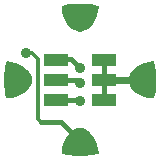
<source format=gbr>
G04 EAGLE Gerber RS-274X export*
G75*
%MOMM*%
%FSLAX34Y34*%
%LPD*%
%INTop Copper*%
%IPPOS*%
%AMOC8*
5,1,8,0,0,1.08239X$1,22.5*%
G01*
%ADD10R,2.000000X1.100000*%
%ADD11C,2.184400*%
%ADD12C,0.406400*%
%ADD13C,0.609600*%
%ADD14C,0.906400*%
%ADD15C,0.304800*%

G36*
X3062Y-64594D02*
X3062Y-64594D01*
X3099Y-64596D01*
X9133Y-63962D01*
X9160Y-63954D01*
X9198Y-63952D01*
X15132Y-62690D01*
X15154Y-62681D01*
X15178Y-62679D01*
X15257Y-62639D01*
X15340Y-62606D01*
X15357Y-62590D01*
X15378Y-62579D01*
X15411Y-62545D01*
X15413Y-62543D01*
X15422Y-62533D01*
X15439Y-62514D01*
X15505Y-62454D01*
X15516Y-62433D01*
X15532Y-62415D01*
X15548Y-62377D01*
X15555Y-62369D01*
X15568Y-62331D01*
X15607Y-62254D01*
X15610Y-62231D01*
X15619Y-62209D01*
X15622Y-62171D01*
X15627Y-62156D01*
X15626Y-62117D01*
X15630Y-62061D01*
X15633Y-62031D01*
X15632Y-62027D01*
X15632Y-62022D01*
X15345Y-58263D01*
X15334Y-58223D01*
X15329Y-58165D01*
X14457Y-54498D01*
X14440Y-54460D01*
X14426Y-54403D01*
X12991Y-50918D01*
X12969Y-50883D01*
X12946Y-50829D01*
X10983Y-47611D01*
X10956Y-47580D01*
X10925Y-47530D01*
X8483Y-44659D01*
X8445Y-44628D01*
X8389Y-44569D01*
X6603Y-43183D01*
X6578Y-43170D01*
X6574Y-43165D01*
X6563Y-43160D01*
X6535Y-43137D01*
X4583Y-41996D01*
X4550Y-41984D01*
X4509Y-41959D01*
X2426Y-41082D01*
X2391Y-41075D01*
X2347Y-41055D01*
X168Y-40458D01*
X92Y-40452D01*
X19Y-40436D01*
X-24Y-40441D01*
X-56Y-40438D01*
X-100Y-40450D01*
X-168Y-40458D01*
X-2347Y-41055D01*
X-2379Y-41071D01*
X-2426Y-41082D01*
X-4509Y-41959D01*
X-4539Y-41978D01*
X-4583Y-41996D01*
X-6535Y-43137D01*
X-6561Y-43160D01*
X-6603Y-43183D01*
X-8389Y-44569D01*
X-8422Y-44606D01*
X-8483Y-44659D01*
X-10925Y-47530D01*
X-10946Y-47566D01*
X-10983Y-47611D01*
X-12946Y-50829D01*
X-12961Y-50867D01*
X-12991Y-50918D01*
X-14426Y-54403D01*
X-14435Y-54444D01*
X-14457Y-54498D01*
X-15329Y-58165D01*
X-15331Y-58206D01*
X-15345Y-58263D01*
X-15632Y-62022D01*
X-15630Y-62045D01*
X-15634Y-62069D01*
X-15622Y-62140D01*
X-15620Y-62193D01*
X-15613Y-62210D01*
X-15610Y-62245D01*
X-15599Y-62266D01*
X-15595Y-62290D01*
X-15550Y-62366D01*
X-15550Y-62367D01*
X-15536Y-62401D01*
X-15529Y-62408D01*
X-15511Y-62446D01*
X-15493Y-62463D01*
X-15481Y-62483D01*
X-15413Y-62539D01*
X-15391Y-62560D01*
X-15384Y-62567D01*
X-15382Y-62568D01*
X-15348Y-62600D01*
X-15326Y-62610D01*
X-15307Y-62625D01*
X-15170Y-62676D01*
X-15141Y-62688D01*
X-15137Y-62689D01*
X-15132Y-62690D01*
X-9198Y-63952D01*
X-9169Y-63953D01*
X-9133Y-63962D01*
X-3099Y-64596D01*
X-3071Y-64594D01*
X-3033Y-64600D01*
X3033Y-64600D01*
X3062Y-64594D01*
G37*
G36*
X24Y40441D02*
X24Y40441D01*
X56Y40438D01*
X100Y40450D01*
X168Y40458D01*
X2347Y41055D01*
X2379Y41071D01*
X2426Y41082D01*
X4509Y41959D01*
X4539Y41978D01*
X4583Y41996D01*
X6535Y43137D01*
X6561Y43160D01*
X6603Y43183D01*
X8389Y44569D01*
X8422Y44606D01*
X8483Y44659D01*
X10925Y47530D01*
X10946Y47566D01*
X10983Y47611D01*
X12946Y50829D01*
X12961Y50867D01*
X12991Y50918D01*
X14426Y54403D01*
X14435Y54444D01*
X14457Y54498D01*
X15329Y58165D01*
X15331Y58206D01*
X15345Y58263D01*
X15632Y62022D01*
X15630Y62045D01*
X15634Y62069D01*
X15619Y62156D01*
X15610Y62245D01*
X15599Y62266D01*
X15595Y62290D01*
X15550Y62366D01*
X15511Y62446D01*
X15493Y62463D01*
X15481Y62483D01*
X15413Y62539D01*
X15348Y62600D01*
X15326Y62610D01*
X15307Y62625D01*
X15170Y62676D01*
X15141Y62688D01*
X15137Y62689D01*
X15132Y62690D01*
X9198Y63952D01*
X9169Y63953D01*
X9133Y63962D01*
X3099Y64596D01*
X3071Y64594D01*
X3033Y64600D01*
X-3033Y64600D01*
X-3062Y64594D01*
X-3099Y64596D01*
X-9133Y63962D01*
X-9160Y63954D01*
X-9198Y63952D01*
X-15132Y62690D01*
X-15154Y62681D01*
X-15178Y62679D01*
X-15257Y62639D01*
X-15340Y62606D01*
X-15357Y62590D01*
X-15378Y62579D01*
X-15439Y62514D01*
X-15505Y62454D01*
X-15516Y62433D01*
X-15532Y62415D01*
X-15566Y62333D01*
X-15607Y62254D01*
X-15610Y62231D01*
X-15619Y62209D01*
X-15630Y62061D01*
X-15633Y62031D01*
X-15632Y62027D01*
X-15632Y62022D01*
X-15345Y58263D01*
X-15334Y58223D01*
X-15329Y58165D01*
X-14457Y54498D01*
X-14440Y54460D01*
X-14426Y54403D01*
X-12991Y50918D01*
X-12969Y50883D01*
X-12946Y50829D01*
X-10983Y47611D01*
X-10956Y47580D01*
X-10925Y47530D01*
X-8483Y44659D01*
X-8445Y44628D01*
X-8389Y44569D01*
X-6603Y43183D01*
X-6572Y43167D01*
X-6535Y43137D01*
X-4583Y41996D01*
X-4550Y41984D01*
X-4509Y41959D01*
X-2426Y41082D01*
X-2391Y41075D01*
X-2347Y41055D01*
X-168Y40458D01*
X-92Y40452D01*
X-19Y40436D01*
X24Y40441D01*
G37*
G36*
X62156Y-15619D02*
X62156Y-15619D01*
X62245Y-15610D01*
X62266Y-15599D01*
X62290Y-15595D01*
X62366Y-15550D01*
X62446Y-15511D01*
X62463Y-15493D01*
X62483Y-15481D01*
X62539Y-15413D01*
X62600Y-15348D01*
X62610Y-15326D01*
X62625Y-15307D01*
X62676Y-15170D01*
X62688Y-15141D01*
X62689Y-15137D01*
X62690Y-15132D01*
X63952Y-9198D01*
X63953Y-9169D01*
X63962Y-9133D01*
X64596Y-3099D01*
X64594Y-3071D01*
X64600Y-3033D01*
X64600Y3033D01*
X64594Y3062D01*
X64596Y3099D01*
X63962Y9133D01*
X63954Y9160D01*
X63952Y9198D01*
X63944Y9232D01*
X63810Y9866D01*
X63675Y10500D01*
X63675Y10501D01*
X63540Y11135D01*
X63405Y11769D01*
X63270Y12403D01*
X63136Y13037D01*
X63136Y13038D01*
X63001Y13672D01*
X62866Y14306D01*
X62731Y14940D01*
X62690Y15132D01*
X62681Y15154D01*
X62679Y15178D01*
X62639Y15257D01*
X62606Y15340D01*
X62590Y15357D01*
X62579Y15378D01*
X62514Y15439D01*
X62454Y15505D01*
X62433Y15516D01*
X62415Y15532D01*
X62333Y15566D01*
X62254Y15607D01*
X62231Y15610D01*
X62209Y15619D01*
X62061Y15630D01*
X62031Y15633D01*
X62027Y15632D01*
X62022Y15632D01*
X58263Y15345D01*
X58223Y15334D01*
X58165Y15329D01*
X54498Y14457D01*
X54460Y14440D01*
X54403Y14426D01*
X50918Y12991D01*
X50883Y12969D01*
X50829Y12946D01*
X47611Y10983D01*
X47580Y10956D01*
X47530Y10925D01*
X44659Y8483D01*
X44628Y8445D01*
X44569Y8389D01*
X43183Y6603D01*
X43167Y6572D01*
X43137Y6535D01*
X41996Y4583D01*
X41984Y4550D01*
X41959Y4509D01*
X41082Y2426D01*
X41075Y2391D01*
X41055Y2347D01*
X40458Y168D01*
X40452Y92D01*
X40436Y19D01*
X40441Y-24D01*
X40438Y-56D01*
X40450Y-100D01*
X40458Y-168D01*
X41055Y-2347D01*
X41071Y-2379D01*
X41082Y-2426D01*
X41959Y-4509D01*
X41978Y-4539D01*
X41996Y-4583D01*
X43137Y-6535D01*
X43160Y-6561D01*
X43183Y-6603D01*
X44569Y-8389D01*
X44606Y-8422D01*
X44659Y-8483D01*
X47530Y-10925D01*
X47566Y-10946D01*
X47611Y-10983D01*
X50829Y-12946D01*
X50867Y-12961D01*
X50918Y-12991D01*
X54403Y-14426D01*
X54444Y-14435D01*
X54498Y-14457D01*
X58165Y-15329D01*
X58206Y-15331D01*
X58263Y-15345D01*
X62022Y-15632D01*
X62045Y-15630D01*
X62069Y-15634D01*
X62156Y-15619D01*
G37*
G36*
X-62027Y-15632D02*
X-62027Y-15632D01*
X-62022Y-15632D01*
X-58263Y-15345D01*
X-58223Y-15334D01*
X-58165Y-15329D01*
X-54498Y-14457D01*
X-54460Y-14440D01*
X-54403Y-14426D01*
X-50918Y-12991D01*
X-50883Y-12969D01*
X-50829Y-12946D01*
X-47611Y-10983D01*
X-47580Y-10956D01*
X-47530Y-10925D01*
X-44659Y-8483D01*
X-44628Y-8445D01*
X-44569Y-8389D01*
X-43183Y-6603D01*
X-43167Y-6572D01*
X-43137Y-6535D01*
X-41996Y-4583D01*
X-41984Y-4550D01*
X-41959Y-4509D01*
X-41082Y-2426D01*
X-41075Y-2391D01*
X-41055Y-2347D01*
X-40458Y-168D01*
X-40452Y-92D01*
X-40436Y-19D01*
X-40441Y24D01*
X-40438Y56D01*
X-40450Y100D01*
X-40458Y168D01*
X-41055Y2347D01*
X-41071Y2379D01*
X-41082Y2426D01*
X-41959Y4509D01*
X-41978Y4539D01*
X-41996Y4583D01*
X-43137Y6535D01*
X-43160Y6561D01*
X-43183Y6603D01*
X-44569Y8389D01*
X-44606Y8422D01*
X-44659Y8483D01*
X-47530Y10925D01*
X-47566Y10946D01*
X-47611Y10983D01*
X-50829Y12946D01*
X-50867Y12961D01*
X-50918Y12991D01*
X-54403Y14426D01*
X-54444Y14435D01*
X-54498Y14457D01*
X-58165Y15329D01*
X-58206Y15331D01*
X-58263Y15345D01*
X-62022Y15632D01*
X-62045Y15630D01*
X-62069Y15634D01*
X-62156Y15619D01*
X-62245Y15610D01*
X-62266Y15599D01*
X-62290Y15595D01*
X-62366Y15550D01*
X-62446Y15511D01*
X-62463Y15493D01*
X-62483Y15481D01*
X-62539Y15413D01*
X-62600Y15348D01*
X-62610Y15326D01*
X-62625Y15307D01*
X-62676Y15170D01*
X-62688Y15141D01*
X-62689Y15137D01*
X-62690Y15132D01*
X-63952Y9198D01*
X-63953Y9169D01*
X-63962Y9133D01*
X-64596Y3099D01*
X-64594Y3071D01*
X-64600Y3033D01*
X-64600Y-3033D01*
X-64594Y-3062D01*
X-64596Y-3099D01*
X-63962Y-9133D01*
X-63954Y-9160D01*
X-63952Y-9198D01*
X-63904Y-9422D01*
X-63769Y-10056D01*
X-63769Y-10057D01*
X-63634Y-10691D01*
X-63500Y-11325D01*
X-63365Y-11959D01*
X-63230Y-12593D01*
X-63230Y-12594D01*
X-63095Y-13228D01*
X-62960Y-13862D01*
X-62826Y-14496D01*
X-62825Y-14496D01*
X-62690Y-15132D01*
X-62681Y-15154D01*
X-62679Y-15178D01*
X-62639Y-15257D01*
X-62606Y-15340D01*
X-62590Y-15357D01*
X-62579Y-15378D01*
X-62514Y-15439D01*
X-62454Y-15505D01*
X-62433Y-15516D01*
X-62415Y-15532D01*
X-62333Y-15566D01*
X-62254Y-15607D01*
X-62231Y-15610D01*
X-62209Y-15619D01*
X-62061Y-15630D01*
X-62031Y-15633D01*
X-62027Y-15632D01*
G37*
D10*
X20000Y-17000D03*
X20000Y0D03*
X20000Y17000D03*
X-20000Y17000D03*
X-20000Y0D03*
X-20000Y-17000D03*
D11*
X0Y52070D03*
X-52070Y0D03*
X52070Y0D03*
X0Y-52070D03*
D12*
X49530Y0D02*
X52070Y0D01*
X20000Y0D02*
X20000Y-17000D01*
X20000Y0D02*
X20000Y950D01*
X20320Y1270D01*
X20320Y15240D02*
X20000Y15560D01*
X20000Y17000D01*
X20000Y14920D02*
X20000Y0D01*
X20000Y14920D02*
X20320Y15240D01*
D13*
X20000Y0D02*
X49530Y0D01*
D12*
X-20320Y17320D02*
X-20320Y17780D01*
X-20320Y17320D02*
X-20000Y17000D01*
X-7620Y17780D02*
X0Y10160D01*
X-7620Y17780D02*
X-20320Y17780D01*
D14*
X0Y10160D03*
D12*
X-780Y-17000D02*
X-20000Y-17000D01*
X-780Y-17000D02*
X0Y-17780D01*
D14*
X0Y-17780D03*
D12*
X-16510Y-35560D02*
X0Y-52070D01*
X-16510Y-35560D02*
X-33020Y-35560D01*
D15*
X-35560Y-33020D01*
X-35560Y17780D01*
X-40640Y22860D01*
X-45720Y22860D01*
D14*
X-45720Y22860D03*
D12*
X-20000Y0D02*
X-2540Y0D01*
X0Y-2540D01*
D14*
X0Y-2540D03*
M02*

</source>
